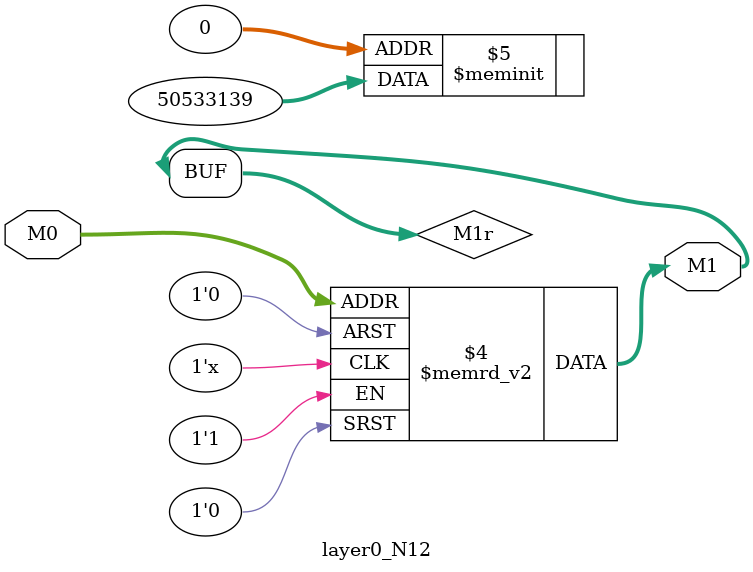
<source format=v>
module layer0_N12 ( input [3:0] M0, output [1:0] M1 );

	(*rom_style = "distributed" *) reg [1:0] M1r;
	assign M1 = M1r;
	always @ (M0) begin
		case (M0)
			4'b0000: M1r = 2'b11;
			4'b1000: M1r = 2'b11;
			4'b0100: M1r = 2'b11;
			4'b1100: M1r = 2'b11;
			4'b0010: M1r = 2'b01;
			4'b1010: M1r = 2'b00;
			4'b0110: M1r = 2'b01;
			4'b1110: M1r = 2'b00;
			4'b0001: M1r = 2'b00;
			4'b1001: M1r = 2'b00;
			4'b0101: M1r = 2'b00;
			4'b1101: M1r = 2'b00;
			4'b0011: M1r = 2'b00;
			4'b1011: M1r = 2'b00;
			4'b0111: M1r = 2'b00;
			4'b1111: M1r = 2'b00;

		endcase
	end
endmodule

</source>
